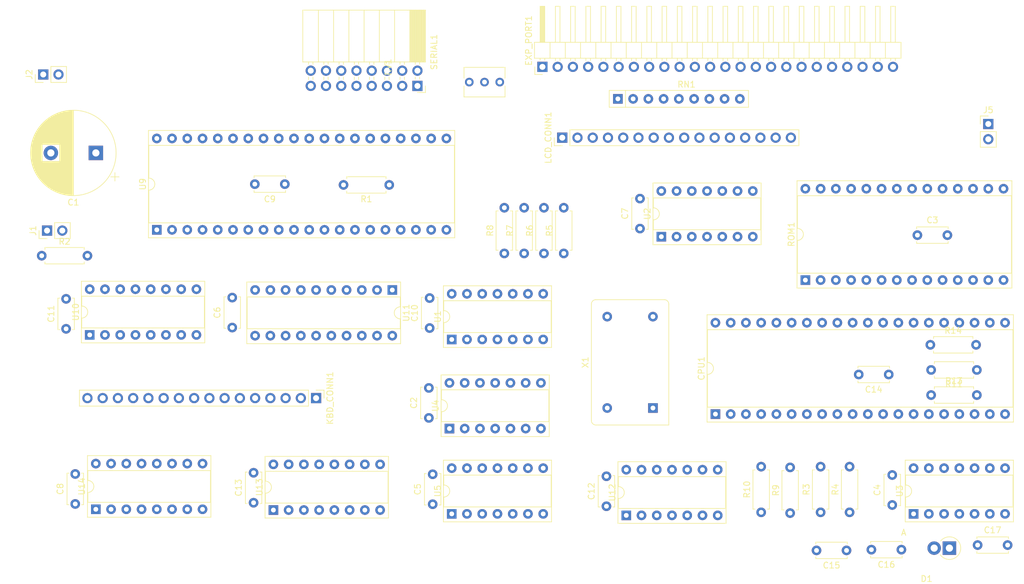
<source format=kicad_pcb>
(kicad_pcb (version 20171130) (host pcbnew "(5.1.10)-1")
  (layers (0 F.Cu signal) (31 B.Cu signal) (34 B.Paste user) (35 F.Paste user) (36 B.SilkS user) (37 F.SilkS user) (38 B.Mask user) (39 F.Mask user) (44 Edge.Cuts user))
  (net 0 "")
  (net 1 +5V)
  (net 2 GND)
  (net 3 "Net-(D1-Pad2)")
  (net 4 "Net-(U1-Pad11)")
  (net 5 RST)
  (net 6 "Net-(U2-Pad11)")
  (net 7 CLK)
  (net 8 WR)
  (net 9 RD)
  (net 10 "Net-(C15-Pad1)")
  (net 11 "Net-(C16-Pad2)")
  (net 12 "Net-(C16-Pad1)")
  (net 13 "Net-(C17-Pad1)")
  (net 14 "Net-(EXP_PORT1-Pad24)")
  (net 15 M1)
  (net 16 A0)
  (net 17 A1)
  (net 18 A2)
  (net 19 A7)
  (net 20 IORQ)
  (net 21 D7)
  (net 22 D6)
  (net 23 D5)
  (net 24 D4)
  (net 25 D3)
  (net 26 D2)
  (net 27 D1)
  (net 28 D0)
  (net 29 INT)
  (net 30 NMI)
  (net 31 "Net-(J5-Pad2)")
  (net 32 SHIFT)
  (net 33 ALT)
  (net 34 C7)
  (net 35 C6)
  (net 36 C5)
  (net 37 C4)
  (net 38 C3)
  (net 39 C2)
  (net 40 C1)
  (net 41 C0)
  (net 42 R3)
  (net 43 R2)
  (net 44 R1)
  (net 45 R0)
  (net 46 LCDE)
  (net 47 CONTRAST)
  (net 48 "Net-(R10-Pad2)")
  (net 49 "Net-(SERIAL1-Pad10)")
  (net 50 "Net-(SERIAL1-Pad6)")
  (net 51 "Net-(SERIAL1-Pad5)")
  (net 52 "Net-(SERIAL1-Pad4)")
  (net 53 "Net-(SERIAL1-Pad3)")
  (net 54 "Net-(SERIAL1-Pad2)")
  (net 55 "Net-(SERIAL1-Pad1)")
  (net 56 "Net-(U1-Pad13)")
  (net 57 "Net-(U1-Pad12)")
  (net 58 MEMRQ)
  (net 59 A3)
  (net 60 "Net-(U2-Pad13)")
  (net 61 "Net-(U12-Pad11)")
  (net 62 "Net-(U2-Pad5)")
  (net 63 "Net-(U12-Pad3)")
  (net 64 "Net-(U3-Pad5)")
  (net 65 "Net-(U11-Pad1)")
  (net 66 "Net-(U4-Pad3)")
  (net 67 "Net-(U4-Pad11)")
  (net 68 A6)
  (net 69 KIE)
  (net 70 "Net-(U12-Pad5)")
  (net 71 "Net-(U12-Pad1)")
  (net 72 LOAD)
  (net 73 "Net-(U10-Pad11)")
  (net 74 A10)
  (net 75 A9)
  (net 76 A8)
  (net 77 A5)
  (net 78 A4)
  (net 79 A14)
  (net 80 A13)
  (net 81 A12)
  (net 82 A11)
  (net 83 "Net-(U10-Pad15)")
  (net 84 "Net-(U10-Pad4)")
  (net 85 "Net-(U10-Pad3)")
  (net 86 "Net-(U10-Pad2)")
  (net 87 "Net-(U10-Pad1)")
  (net 88 "Net-(CPU1-Pad25)")
  (net 89 WAIT)
  (net 90 "Net-(SERIAL1-Pad15)")
  (net 91 "Net-(SERIAL1-Pad14)")
  (net 92 "Net-(SERIAL1-Pad13)")
  (net 93 "Net-(SERIAL1-Pad11)")
  (net 94 "Net-(SERIAL1-Pad9)")
  (module Diode_THT:D_DO-15_P2.54mm_Vertical_AnodeUp (layer F.Cu) (at 165.862 93.98 180)
    (fp_text reference D1 (at 3.81 -5.12) (layer F.SilkS))
    (fp_text value D)
    (fp_text user A (at 7.62 2.6) (layer F.SilkS))
    (pad 2 thru_hole oval (at 2.54 0 180) (size 2.24 2.24) (drill 1.2) (layers *.Cu *.Mask) (net 3 "Net-(D1-Pad2)"))
    (pad 1 thru_hole rect (at 0 0 180) (size 2.24 2.24) (drill 1.2) (layers *.Cu *.Mask) (net 13 "Net-(C17-Pad1)"))
  )
  (module Potentiometer_THT:Potentiometer_Vishay_T73XW_Horizontal (layer F.Cu) (at 85.852 16.256 90)
    (fp_text reference RV1 (at 2.5 -13.5 90) (layer F.SilkS))
    (fp_text value R_POT_TRIM)
    (pad 1 thru_hole circle (at 0 0 90) (size 1.44 1.44) (drill 0.8) (layers *.Cu *.Mask) (net 1 +5V))
    (pad 2 thru_hole circle (at 0 2.54 90) (size 1.44 1.44) (drill 0.8) (layers *.Cu *.Mask) (net 47 CONTRAST))
    (pad 3 thru_hole circle (at 0 5.08 90) (size 1.44 1.44) (drill 0.8) (layers *.Cu *.Mask) (net 2 GND))
  )
  (module Package_DIP:DIP-14_W7.62mm_Socket (layer F.Cu) (at 117.856 42.037 90)
    (fp_text reference U2 (at 3.81 -2.33 90) (layer F.SilkS))
    (fp_text value 74LS14)
    (pad 14 thru_hole oval (at 7.62 0 90) (size 1.6 1.6) (drill 0.8) (layers *.Cu *.Mask) (net 1 +5V))
    (pad 7 thru_hole oval (at 0 15.24 90) (size 1.6 1.6) (drill 0.8) (layers *.Cu *.Mask) (net 2 GND))
    (pad 13 thru_hole oval (at 7.62 2.54 90) (size 1.6 1.6) (drill 0.8) (layers *.Cu *.Mask) (net 60 "Net-(U2-Pad13)"))
    (pad 6 thru_hole oval (at 0 12.7 90) (size 1.6 1.6) (drill 0.8) (layers *.Cu *.Mask) (net 61 "Net-(U12-Pad11)"))
    (pad 12 thru_hole oval (at 7.62 5.08 90) (size 1.6 1.6) (drill 0.8) (layers *.Cu *.Mask) (net 48 "Net-(R10-Pad2)"))
    (pad 5 thru_hole oval (at 0 10.16 90) (size 1.6 1.6) (drill 0.8) (layers *.Cu *.Mask) (net 62 "Net-(U2-Pad5)"))
    (pad 11 thru_hole oval (at 7.62 7.62 90) (size 1.6 1.6) (drill 0.8) (layers *.Cu *.Mask) (net 6 "Net-(U2-Pad11)"))
    (pad 4 thru_hole oval (at 0 7.62 90) (size 1.6 1.6) (drill 0.8) (layers *.Cu *.Mask) (net 46 LCDE))
    (pad 10 thru_hole oval (at 7.62 10.16 90) (size 1.6 1.6) (drill 0.8) (layers *.Cu *.Mask) (net 63 "Net-(U12-Pad3)"))
    (pad 3 thru_hole oval (at 0 5.08 90) (size 1.6 1.6) (drill 0.8) (layers *.Cu *.Mask) (net 4 "Net-(U1-Pad11)"))
    (pad 9 thru_hole oval (at 7.62 12.7 90) (size 1.6 1.6) (drill 0.8) (layers *.Cu *.Mask) (net 13 "Net-(C17-Pad1)"))
    (pad 2 thru_hole oval (at 0 2.54 90) (size 1.6 1.6) (drill 0.8) (layers *.Cu *.Mask))
    (pad 8 thru_hole oval (at 7.62 15.24 90) (size 1.6 1.6) (drill 0.8) (layers *.Cu *.Mask) (net 6 "Net-(U2-Pad11)"))
    (pad 1 thru_hole rect (at 0 0 90) (size 1.6 1.6) (drill 0.8) (layers *.Cu *.Mask))
  )
  (module Capacitor_THT:C_Disc_D5.0mm_W2.5mm_P5.00mm (layer F.Cu) (at 170.561 93.472)
    (fp_text reference C17 (at 2.5 -2.5) (layer F.SilkS))
    (fp_text value 100n)
    (pad 2 thru_hole circle (at 5 0) (size 1.6 1.6) (drill 0.8) (layers *.Cu *.Mask) (net 2 GND))
    (pad 1 thru_hole circle (at 0 0) (size 1.6 1.6) (drill 0.8) (layers *.Cu *.Mask) (net 13 "Net-(C17-Pad1)"))
  )
  (module Capacitor_THT:C_Disc_D5.0mm_W2.5mm_P5.00mm (layer F.Cu) (at 157.861 94.234 180)
    (fp_text reference C16 (at 2.5 -2.5) (layer F.SilkS))
    (fp_text value 10n)
    (pad 2 thru_hole circle (at 5 0 180) (size 1.6 1.6) (drill 0.8) (layers *.Cu *.Mask) (net 11 "Net-(C16-Pad2)"))
    (pad 1 thru_hole circle (at 0 0 180) (size 1.6 1.6) (drill 0.8) (layers *.Cu *.Mask) (net 12 "Net-(C16-Pad1)"))
  )
  (module Capacitor_THT:C_Disc_D5.0mm_W2.5mm_P5.00mm (layer F.Cu) (at 148.717 94.361 180)
    (fp_text reference C15 (at 2.5 -2.5) (layer F.SilkS))
    (fp_text value 47n)
    (pad 2 thru_hole circle (at 5 0 180) (size 1.6 1.6) (drill 0.8) (layers *.Cu *.Mask) (net 2 GND))
    (pad 1 thru_hole circle (at 0 0 180) (size 1.6 1.6) (drill 0.8) (layers *.Cu *.Mask) (net 10 "Net-(C15-Pad1)"))
  )
  (module Capacitor_THT:C_Disc_D5.0mm_W2.5mm_P5.00mm (layer F.Cu) (at 155.749 65.024 180)
    (fp_text reference C14 (at 2.5 -2.5) (layer F.SilkS))
    (fp_text value 100n)
    (pad 2 thru_hole circle (at 5 0 180) (size 1.6 1.6) (drill 0.8) (layers *.Cu *.Mask) (net 2 GND))
    (pad 1 thru_hole circle (at 0 0 180) (size 1.6 1.6) (drill 0.8) (layers *.Cu *.Mask) (net 1 +5V))
  )
  (module Capacitor_THT:C_Disc_D5.0mm_W2.5mm_P5.00mm (layer F.Cu) (at 49.911 86.407 90)
    (fp_text reference C13 (at 2.5 -2.5 90) (layer F.SilkS))
    (fp_text value 100n)
    (pad 2 thru_hole circle (at 5 0 90) (size 1.6 1.6) (drill 0.8) (layers *.Cu *.Mask) (net 2 GND))
    (pad 1 thru_hole circle (at 0 0 90) (size 1.6 1.6) (drill 0.8) (layers *.Cu *.Mask) (net 1 +5V))
  )
  (module Capacitor_THT:C_Disc_D5.0mm_W2.5mm_P5.00mm (layer F.Cu) (at 108.712 86.995 90)
    (fp_text reference C12 (at 2.5 -2.5 90) (layer F.SilkS))
    (fp_text value 100n)
    (pad 2 thru_hole circle (at 5 0 90) (size 1.6 1.6) (drill 0.8) (layers *.Cu *.Mask) (net 2 GND))
    (pad 1 thru_hole circle (at 0 0 90) (size 1.6 1.6) (drill 0.8) (layers *.Cu *.Mask) (net 1 +5V))
  )
  (module Capacitor_THT:C_Disc_D5.0mm_W2.5mm_P5.00mm (layer F.Cu) (at 18.669 57.404 90)
    (fp_text reference C11 (at 2.5 -2.5 90) (layer F.SilkS))
    (fp_text value 100n)
    (pad 2 thru_hole circle (at 5 0 90) (size 1.6 1.6) (drill 0.8) (layers *.Cu *.Mask) (net 2 GND))
    (pad 1 thru_hole circle (at 0 0 90) (size 1.6 1.6) (drill 0.8) (layers *.Cu *.Mask) (net 1 +5V))
  )
  (module Capacitor_THT:C_Disc_D5.0mm_W2.5mm_P5.00mm (layer F.Cu) (at 79.248 57.277 90)
    (fp_text reference C10 (at 2.5 -2.5 90) (layer F.SilkS))
    (fp_text value 100n)
    (pad 2 thru_hole circle (at 5 0 90) (size 1.6 1.6) (drill 0.8) (layers *.Cu *.Mask) (net 2 GND))
    (pad 1 thru_hole circle (at 0 0 90) (size 1.6 1.6) (drill 0.8) (layers *.Cu *.Mask) (net 1 +5V))
  )
  (module Capacitor_THT:C_Disc_D5.0mm_W2.5mm_P5.00mm (layer F.Cu) (at 55.118 33.274 180)
    (fp_text reference C9 (at 2.5 -2.5) (layer F.SilkS))
    (fp_text value 100n)
    (pad 2 thru_hole circle (at 5 0 180) (size 1.6 1.6) (drill 0.8) (layers *.Cu *.Mask) (net 2 GND))
    (pad 1 thru_hole circle (at 0 0 180) (size 1.6 1.6) (drill 0.8) (layers *.Cu *.Mask) (net 1 +5V))
  )
  (module Capacitor_THT:C_Disc_D5.0mm_W2.5mm_P5.00mm (layer F.Cu) (at 20.193 86.614 90)
    (fp_text reference C8 (at 2.5 -2.5 90) (layer F.SilkS))
    (fp_text value 100n)
    (pad 2 thru_hole circle (at 5 0 90) (size 1.6 1.6) (drill 0.8) (layers *.Cu *.Mask) (net 2 GND))
    (pad 1 thru_hole circle (at 0 0 90) (size 1.6 1.6) (drill 0.8) (layers *.Cu *.Mask) (net 1 +5V))
  )
  (module Capacitor_THT:C_Disc_D5.0mm_W2.5mm_P5.00mm (layer F.Cu) (at 114.3 40.687 90)
    (fp_text reference C7 (at 2.5 -2.5 90) (layer F.SilkS))
    (fp_text value 100n)
    (pad 2 thru_hole circle (at 5 0 90) (size 1.6 1.6) (drill 0.8) (layers *.Cu *.Mask) (net 2 GND))
    (pad 1 thru_hole circle (at 0 0 90) (size 1.6 1.6) (drill 0.8) (layers *.Cu *.Mask) (net 1 +5V))
  )
  (module Capacitor_THT:C_Disc_D5.0mm_W2.5mm_P5.00mm (layer F.Cu) (at 46.355 57.197 90)
    (fp_text reference C6 (at 2.5 -2.5 90) (layer F.SilkS))
    (fp_text value 100n)
    (pad 2 thru_hole circle (at 5 0 90) (size 1.6 1.6) (drill 0.8) (layers *.Cu *.Mask) (net 2 GND))
    (pad 1 thru_hole circle (at 0 0 90) (size 1.6 1.6) (drill 0.8) (layers *.Cu *.Mask) (net 1 +5V))
  )
  (module Capacitor_THT:C_Disc_D5.0mm_W2.5mm_P5.00mm (layer F.Cu) (at 79.756 86.661 90)
    (fp_text reference C5 (at 2.5 -2.5 90) (layer F.SilkS))
    (fp_text value 100n)
    (pad 2 thru_hole circle (at 5 0 90) (size 1.6 1.6) (drill 0.8) (layers *.Cu *.Mask) (net 2 GND))
    (pad 1 thru_hole circle (at 0 0 90) (size 1.6 1.6) (drill 0.8) (layers *.Cu *.Mask) (net 1 +5V))
  )
  (module Capacitor_THT:C_Disc_D5.0mm_W2.5mm_P5.00mm (layer F.Cu) (at 156.337 86.788 90)
    (fp_text reference C4 (at 2.5 -2.5 90) (layer F.SilkS))
    (fp_text value 100n)
    (pad 2 thru_hole circle (at 5 0 90) (size 1.6 1.6) (drill 0.8) (layers *.Cu *.Mask) (net 2 GND))
    (pad 1 thru_hole circle (at 0 0 90) (size 1.6 1.6) (drill 0.8) (layers *.Cu *.Mask) (net 1 +5V))
  )
  (module Capacitor_THT:C_Disc_D5.0mm_W2.5mm_P5.00mm (layer F.Cu) (at 160.528 41.783)
    (fp_text reference C3 (at 2.5 -2.5) (layer F.SilkS))
    (fp_text value 100n)
    (pad 2 thru_hole circle (at 5 0) (size 1.6 1.6) (drill 0.8) (layers *.Cu *.Mask) (net 2 GND))
    (pad 1 thru_hole circle (at 0 0) (size 1.6 1.6) (drill 0.8) (layers *.Cu *.Mask) (net 1 +5V))
  )
  (module Capacitor_THT:C_Disc_D5.0mm_W2.5mm_P5.00mm (layer F.Cu) (at 79.121 72.263 90)
    (fp_text reference C2 (at 2.5 -2.5 90) (layer F.SilkS))
    (fp_text value 100n)
    (pad 2 thru_hole circle (at 5 0 90) (size 1.6 1.6) (drill 0.8) (layers *.Cu *.Mask) (net 2 GND))
    (pad 1 thru_hole circle (at 0 0 90) (size 1.6 1.6) (drill 0.8) (layers *.Cu *.Mask) (net 1 +5V))
  )
  (module Capacitor_THT:CP_Radial_D14.0mm_P7.50mm (layer F.Cu) (at 23.629 28.067 180)
    (fp_text reference C1 (at 3.75 -8.25) (layer F.SilkS))
    (fp_text value 100u)
    (pad 2 thru_hole circle (at 7.5 0 180) (size 2.4 2.4) (drill 1.2) (layers *.Cu *.Mask) (net 2 GND))
    (pad 1 thru_hole rect (at 0 0 180) (size 2.4 2.4) (drill 1.2) (layers *.Cu *.Mask) (net 1 +5V))
  )
  (module Package_DIP:DIP-40_W15.24mm_Socket (layer F.Cu) (at 126.873 71.628 90)
    (fp_text reference CPU1 (at 7.62 -2.33 90) (layer F.SilkS))
    (fp_text value Z80)
    (pad 40 thru_hole oval (at 15.24 0 90) (size 1.6 1.6) (drill 0.8) (layers *.Cu *.Mask) (net 74 A10))
    (pad 20 thru_hole oval (at 0 48.26 90) (size 1.6 1.6) (drill 0.8) (layers *.Cu *.Mask) (net 20 IORQ))
    (pad 39 thru_hole oval (at 15.24 2.54 90) (size 1.6 1.6) (drill 0.8) (layers *.Cu *.Mask) (net 75 A9))
    (pad 19 thru_hole oval (at 0 45.72 90) (size 1.6 1.6) (drill 0.8) (layers *.Cu *.Mask) (net 58 MEMRQ))
    (pad 38 thru_hole oval (at 15.24 5.08 90) (size 1.6 1.6) (drill 0.8) (layers *.Cu *.Mask) (net 76 A8))
    (pad 18 thru_hole oval (at 0 43.18 90) (size 1.6 1.6) (drill 0.8) (layers *.Cu *.Mask))
    (pad 37 thru_hole oval (at 15.24 7.62 90) (size 1.6 1.6) (drill 0.8) (layers *.Cu *.Mask) (net 19 A7))
    (pad 17 thru_hole oval (at 0 40.64 90) (size 1.6 1.6) (drill 0.8) (layers *.Cu *.Mask) (net 30 NMI))
    (pad 36 thru_hole oval (at 15.24 10.16 90) (size 1.6 1.6) (drill 0.8) (layers *.Cu *.Mask) (net 68 A6))
    (pad 16 thru_hole oval (at 0 38.1 90) (size 1.6 1.6) (drill 0.8) (layers *.Cu *.Mask) (net 29 INT))
    (pad 35 thru_hole oval (at 15.24 12.7 90) (size 1.6 1.6) (drill 0.8) (layers *.Cu *.Mask) (net 77 A5))
    (pad 15 thru_hole oval (at 0 35.56 90) (size 1.6 1.6) (drill 0.8) (layers *.Cu *.Mask) (net 27 D1))
    (pad 34 thru_hole oval (at 15.24 15.24 90) (size 1.6 1.6) (drill 0.8) (layers *.Cu *.Mask) (net 78 A4))
    (pad 14 thru_hole oval (at 0 33.02 90) (size 1.6 1.6) (drill 0.8) (layers *.Cu *.Mask) (net 28 D0))
    (pad 33 thru_hole oval (at 15.24 17.78 90) (size 1.6 1.6) (drill 0.8) (layers *.Cu *.Mask) (net 59 A3))
    (pad 13 thru_hole oval (at 0 30.48 90) (size 1.6 1.6) (drill 0.8) (layers *.Cu *.Mask) (net 21 D7))
    (pad 32 thru_hole oval (at 15.24 20.32 90) (size 1.6 1.6) (drill 0.8) (layers *.Cu *.Mask) (net 18 A2))
    (pad 12 thru_hole oval (at 0 27.94 90) (size 1.6 1.6) (drill 0.8) (layers *.Cu *.Mask) (net 26 D2))
    (pad 31 thru_hole oval (at 15.24 22.86 90) (size 1.6 1.6) (drill 0.8) (layers *.Cu *.Mask) (net 17 A1))
    (pad 11 thru_hole oval (at 0 25.4 90) (size 1.6 1.6) (drill 0.8) (layers *.Cu *.Mask) (net 1 +5V))
    (pad 30 thru_hole oval (at 15.24 25.4 90) (size 1.6 1.6) (drill 0.8) (layers *.Cu *.Mask) (net 16 A0))
    (pad 10 thru_hole oval (at 0 22.86 90) (size 1.6 1.6) (drill 0.8) (layers *.Cu *.Mask) (net 22 D6))
    (pad 29 thru_hole oval (at 15.24 27.94 90) (size 1.6 1.6) (drill 0.8) (layers *.Cu *.Mask) (net 2 GND))
    (pad 9 thru_hole oval (at 0 20.32 90) (size 1.6 1.6) (drill 0.8) (layers *.Cu *.Mask) (net 23 D5))
    (pad 28 thru_hole oval (at 15.24 30.48 90) (size 1.6 1.6) (drill 0.8) (layers *.Cu *.Mask))
    (pad 8 thru_hole oval (at 0 17.78 90) (size 1.6 1.6) (drill 0.8) (layers *.Cu *.Mask) (net 25 D3))
    (pad 27 thru_hole oval (at 15.24 33.02 90) (size 1.6 1.6) (drill 0.8) (layers *.Cu *.Mask) (net 15 M1))
    (pad 7 thru_hole oval (at 0 15.24 90) (size 1.6 1.6) (drill 0.8) (layers *.Cu *.Mask) (net 24 D4))
    (pad 26 thru_hole oval (at 15.24 35.56 90) (size 1.6 1.6) (drill 0.8) (layers *.Cu *.Mask) (net 5 RST))
    (pad 6 thru_hole oval (at 0 12.7 90) (size 1.6 1.6) (drill 0.8) (layers *.Cu *.Mask) (net 7 CLK))
    (pad 25 thru_hole oval (at 15.24 38.1 90) (size 1.6 1.6) (drill 0.8) (layers *.Cu *.Mask) (net 88 "Net-(CPU1-Pad25)"))
    (pad 5 thru_hole oval (at 0 10.16 90) (size 1.6 1.6) (drill 0.8) (layers *.Cu *.Mask))
    (pad 24 thru_hole oval (at 15.24 40.64 90) (size 1.6 1.6) (drill 0.8) (layers *.Cu *.Mask) (net 89 WAIT))
    (pad 4 thru_hole oval (at 0 7.62 90) (size 1.6 1.6) (drill 0.8) (layers *.Cu *.Mask) (net 79 A14))
    (pad 23 thru_hole oval (at 15.24 43.18 90) (size 1.6 1.6) (drill 0.8) (layers *.Cu *.Mask))
    (pad 3 thru_hole oval (at 0 5.08 90) (size 1.6 1.6) (drill 0.8) (layers *.Cu *.Mask) (net 80 A13))
    (pad 22 thru_hole oval (at 15.24 45.72 90) (size 1.6 1.6) (drill 0.8) (layers *.Cu *.Mask) (net 8 WR))
    (pad 2 thru_hole oval (at 0 2.54 90) (size 1.6 1.6) (drill 0.8) (layers *.Cu *.Mask) (net 81 A12))
    (pad 21 thru_hole oval (at 15.24 48.26 90) (size 1.6 1.6) (drill 0.8) (layers *.Cu *.Mask) (net 9 RD))
    (pad 1 thru_hole rect (at 0 0 90) (size 1.6 1.6) (drill 0.8) (layers *.Cu *.Mask) (net 82 A11))
  )
  (module Oscillator:Oscillator_DIP-14 (layer F.Cu) (at 116.459 70.612 90)
    (fp_text reference X1 (at 7.62 -11.26 90) (layer F.SilkS))
    (fp_text value ACO-1.8432MHz)
    (pad 7 thru_hole circle (at 15.24 0 90) (size 1.6 1.6) (drill 0.8) (layers *.Cu *.Mask) (net 2 GND))
    (pad 8 thru_hole circle (at 15.24 -7.62 90) (size 1.6 1.6) (drill 0.8) (layers *.Cu *.Mask) (net 64 "Net-(U3-Pad5)"))
    (pad 14 thru_hole circle (at 0 -7.62 90) (size 1.6 1.6) (drill 0.8) (layers *.Cu *.Mask) (net 1 +5V))
    (pad 1 thru_hole rect (at 0 0 90) (size 1.6 1.6) (drill 0.8) (layers *.Cu *.Mask))
  )
  (module Package_DIP:DIP-16_W7.62mm_Socket (layer F.Cu) (at 23.622 87.503 90)
    (fp_text reference U14 (at 3.81 -2.33 90) (layer F.SilkS))
    (fp_text value 74LS138)
    (pad 16 thru_hole oval (at 7.62 0 90) (size 1.6 1.6) (drill 0.8) (layers *.Cu *.Mask) (net 1 +5V))
    (pad 8 thru_hole oval (at 0 17.78 90) (size 1.6 1.6) (drill 0.8) (layers *.Cu *.Mask) (net 2 GND))
    (pad 15 thru_hole oval (at 7.62 2.54 90) (size 1.6 1.6) (drill 0.8) (layers *.Cu *.Mask) (net 41 C0))
    (pad 7 thru_hole oval (at 0 15.24 90) (size 1.6 1.6) (drill 0.8) (layers *.Cu *.Mask) (net 34 C7))
    (pad 14 thru_hole oval (at 7.62 5.08 90) (size 1.6 1.6) (drill 0.8) (layers *.Cu *.Mask) (net 40 C1))
    (pad 6 thru_hole oval (at 0 12.7 90) (size 1.6 1.6) (drill 0.8) (layers *.Cu *.Mask) (net 1 +5V))
    (pad 13 thru_hole oval (at 7.62 7.62 90) (size 1.6 1.6) (drill 0.8) (layers *.Cu *.Mask) (net 39 C2))
    (pad 5 thru_hole oval (at 0 10.16 90) (size 1.6 1.6) (drill 0.8) (layers *.Cu *.Mask) (net 2 GND))
    (pad 12 thru_hole oval (at 7.62 10.16 90) (size 1.6 1.6) (drill 0.8) (layers *.Cu *.Mask) (net 38 C3))
    (pad 4 thru_hole oval (at 0 7.62 90) (size 1.6 1.6) (drill 0.8) (layers *.Cu *.Mask) (net 2 GND))
    (pad 11 thru_hole oval (at 7.62 12.7 90) (size 1.6 1.6) (drill 0.8) (layers *.Cu *.Mask) (net 37 C4))
    (pad 3 thru_hole oval (at 0 5.08 90) (size 1.6 1.6) (drill 0.8) (layers *.Cu *.Mask) (net 86 "Net-(U10-Pad2)"))
    (pad 10 thru_hole oval (at 7.62 15.24 90) (size 1.6 1.6) (drill 0.8) (layers *.Cu *.Mask) (net 36 C5))
    (pad 2 thru_hole oval (at 0 2.54 90) (size 1.6 1.6) (drill 0.8) (layers *.Cu *.Mask) (net 87 "Net-(U10-Pad1)"))
    (pad 9 thru_hole oval (at 7.62 17.78 90) (size 1.6 1.6) (drill 0.8) (layers *.Cu *.Mask) (net 35 C6))
    (pad 1 thru_hole rect (at 0 0 90) (size 1.6 1.6) (drill 0.8) (layers *.Cu *.Mask) (net 83 "Net-(U10-Pad15)"))
  )
  (module Package_DIP:DIP-16_W7.62mm_Socket (layer F.Cu) (at 53.213 87.63 90)
    (fp_text reference U13 (at 3.81 -2.33 90) (layer F.SilkS))
    (fp_text value 74LS151)
    (pad 16 thru_hole oval (at 7.62 0 90) (size 1.6 1.6) (drill 0.8) (layers *.Cu *.Mask) (net 1 +5V))
    (pad 8 thru_hole oval (at 0 17.78 90) (size 1.6 1.6) (drill 0.8) (layers *.Cu *.Mask) (net 2 GND))
    (pad 15 thru_hole oval (at 7.62 2.54 90) (size 1.6 1.6) (drill 0.8) (layers *.Cu *.Mask) (net 1 +5V))
    (pad 7 thru_hole oval (at 0 15.24 90) (size 1.6 1.6) (drill 0.8) (layers *.Cu *.Mask) (net 2 GND))
    (pad 14 thru_hole oval (at 7.62 5.08 90) (size 1.6 1.6) (drill 0.8) (layers *.Cu *.Mask) (net 1 +5V))
    (pad 6 thru_hole oval (at 0 12.7 90) (size 1.6 1.6) (drill 0.8) (layers *.Cu *.Mask) (net 72 LOAD))
    (pad 13 thru_hole oval (at 7.62 7.62 90) (size 1.6 1.6) (drill 0.8) (layers *.Cu *.Mask) (net 1 +5V))
    (pad 5 thru_hole oval (at 0 10.16 90) (size 1.6 1.6) (drill 0.8) (layers *.Cu *.Mask) (net 3 "Net-(D1-Pad2)"))
    (pad 12 thru_hole oval (at 7.62 10.16 90) (size 1.6 1.6) (drill 0.8) (layers *.Cu *.Mask) (net 1 +5V))
    (pad 4 thru_hole oval (at 0 7.62 90) (size 1.6 1.6) (drill 0.8) (layers *.Cu *.Mask) (net 45 R0))
    (pad 11 thru_hole oval (at 7.62 12.7 90) (size 1.6 1.6) (drill 0.8) (layers *.Cu *.Mask) (net 85 "Net-(U10-Pad3)"))
    (pad 3 thru_hole oval (at 0 5.08 90) (size 1.6 1.6) (drill 0.8) (layers *.Cu *.Mask) (net 44 R1))
    (pad 10 thru_hole oval (at 7.62 15.24 90) (size 1.6 1.6) (drill 0.8) (layers *.Cu *.Mask) (net 84 "Net-(U10-Pad4)"))
    (pad 2 thru_hole oval (at 0 2.54 90) (size 1.6 1.6) (drill 0.8) (layers *.Cu *.Mask) (net 43 R2))
    (pad 9 thru_hole oval (at 7.62 17.78 90) (size 1.6 1.6) (drill 0.8) (layers *.Cu *.Mask) (net 2 GND))
    (pad 1 thru_hole rect (at 0 0 90) (size 1.6 1.6) (drill 0.8) (layers *.Cu *.Mask) (net 42 R3))
  )
  (module Package_DIP:DIP-14_W7.62mm_Socket (layer F.Cu) (at 112.014 88.519 90)
    (fp_text reference U12 (at 3.81 -2.33 90) (layer F.SilkS))
    (fp_text value 74LS74)
    (pad 14 thru_hole oval (at 7.62 0 90) (size 1.6 1.6) (drill 0.8) (layers *.Cu *.Mask) (net 1 +5V))
    (pad 7 thru_hole oval (at 0 15.24 90) (size 1.6 1.6) (drill 0.8) (layers *.Cu *.Mask) (net 2 GND))
    (pad 13 thru_hole oval (at 7.62 2.54 90) (size 1.6 1.6) (drill 0.8) (layers *.Cu *.Mask) (net 1 +5V))
    (pad 6 thru_hole oval (at 0 12.7 90) (size 1.6 1.6) (drill 0.8) (layers *.Cu *.Mask))
    (pad 12 thru_hole oval (at 7.62 5.08 90) (size 1.6 1.6) (drill 0.8) (layers *.Cu *.Mask) (net 21 D7))
    (pad 5 thru_hole oval (at 0 10.16 90) (size 1.6 1.6) (drill 0.8) (layers *.Cu *.Mask) (net 70 "Net-(U12-Pad5)"))
    (pad 11 thru_hole oval (at 7.62 7.62 90) (size 1.6 1.6) (drill 0.8) (layers *.Cu *.Mask) (net 61 "Net-(U12-Pad11)"))
    (pad 4 thru_hole oval (at 0 7.62 90) (size 1.6 1.6) (drill 0.8) (layers *.Cu *.Mask) (net 1 +5V))
    (pad 10 thru_hole oval (at 7.62 10.16 90) (size 1.6 1.6) (drill 0.8) (layers *.Cu *.Mask) (net 1 +5V))
    (pad 3 thru_hole oval (at 0 5.08 90) (size 1.6 1.6) (drill 0.8) (layers *.Cu *.Mask) (net 63 "Net-(U12-Pad3)"))
    (pad 9 thru_hole oval (at 7.62 12.7 90) (size 1.6 1.6) (drill 0.8) (layers *.Cu *.Mask) (net 31 "Net-(J5-Pad2)"))
    (pad 2 thru_hole oval (at 0 2.54 90) (size 1.6 1.6) (drill 0.8) (layers *.Cu *.Mask) (net 1 +5V))
    (pad 8 thru_hole oval (at 7.62 15.24 90) (size 1.6 1.6) (drill 0.8) (layers *.Cu *.Mask))
    (pad 1 thru_hole rect (at 0 0 90) (size 1.6 1.6) (drill 0.8) (layers *.Cu *.Mask) (net 71 "Net-(U12-Pad1)"))
  )
  (module Package_DIP:DIP-20_W7.62mm_Socket (layer F.Cu) (at 73.025 50.927 270)
    (fp_text reference U11 (at 3.81 -2.33 90) (layer F.SilkS))
    (fp_text value 74LS573)
    (pad 20 thru_hole oval (at 7.62 0 270) (size 1.6 1.6) (drill 0.8) (layers *.Cu *.Mask) (net 1 +5V))
    (pad 10 thru_hole oval (at 0 22.86 270) (size 1.6 1.6) (drill 0.8) (layers *.Cu *.Mask) (net 2 GND))
    (pad 19 thru_hole oval (at 7.62 2.54 270) (size 1.6 1.6) (drill 0.8) (layers *.Cu *.Mask) (net 28 D0))
    (pad 9 thru_hole oval (at 0 20.32 270) (size 1.6 1.6) (drill 0.8) (layers *.Cu *.Mask) (net 2 GND))
    (pad 18 thru_hole oval (at 7.62 5.08 270) (size 1.6 1.6) (drill 0.8) (layers *.Cu *.Mask) (net 27 D1))
    (pad 8 thru_hole oval (at 0 17.78 270) (size 1.6 1.6) (drill 0.8) (layers *.Cu *.Mask) (net 32 SHIFT))
    (pad 17 thru_hole oval (at 7.62 7.62 270) (size 1.6 1.6) (drill 0.8) (layers *.Cu *.Mask) (net 26 D2))
    (pad 7 thru_hole oval (at 0 15.24 270) (size 1.6 1.6) (drill 0.8) (layers *.Cu *.Mask) (net 33 ALT))
    (pad 16 thru_hole oval (at 7.62 10.16 270) (size 1.6 1.6) (drill 0.8) (layers *.Cu *.Mask) (net 25 D3))
    (pad 6 thru_hole oval (at 0 12.7 270) (size 1.6 1.6) (drill 0.8) (layers *.Cu *.Mask) (net 84 "Net-(U10-Pad4)"))
    (pad 15 thru_hole oval (at 7.62 12.7 270) (size 1.6 1.6) (drill 0.8) (layers *.Cu *.Mask) (net 24 D4))
    (pad 5 thru_hole oval (at 0 10.16 270) (size 1.6 1.6) (drill 0.8) (layers *.Cu *.Mask) (net 85 "Net-(U10-Pad3)"))
    (pad 14 thru_hole oval (at 7.62 15.24 270) (size 1.6 1.6) (drill 0.8) (layers *.Cu *.Mask) (net 23 D5))
    (pad 4 thru_hole oval (at 0 7.62 270) (size 1.6 1.6) (drill 0.8) (layers *.Cu *.Mask) (net 86 "Net-(U10-Pad2)"))
    (pad 13 thru_hole oval (at 7.62 17.78 270) (size 1.6 1.6) (drill 0.8) (layers *.Cu *.Mask) (net 22 D6))
    (pad 3 thru_hole oval (at 0 5.08 270) (size 1.6 1.6) (drill 0.8) (layers *.Cu *.Mask) (net 87 "Net-(U10-Pad1)"))
    (pad 12 thru_hole oval (at 7.62 20.32 270) (size 1.6 1.6) (drill 0.8) (layers *.Cu *.Mask) (net 21 D7))
    (pad 2 thru_hole oval (at 0 2.54 270) (size 1.6 1.6) (drill 0.8) (layers *.Cu *.Mask) (net 83 "Net-(U10-Pad15)"))
    (pad 11 thru_hole oval (at 7.62 22.86 270) (size 1.6 1.6) (drill 0.8) (layers *.Cu *.Mask) (net 72 LOAD))
    (pad 1 thru_hole rect (at 0 0 270) (size 1.6 1.6) (drill 0.8) (layers *.Cu *.Mask) (net 65 "Net-(U11-Pad1)"))
  )
  (module Package_DIP:DIP-16_W7.62mm_Socket (layer F.Cu) (at 22.606 58.42 90)
    (fp_text reference U10 (at 3.81 -2.33 90) (layer F.SilkS))
    (fp_text value 74LS590)
    (pad 16 thru_hole oval (at 7.62 0 90) (size 1.6 1.6) (drill 0.8) (layers *.Cu *.Mask) (net 1 +5V))
    (pad 8 thru_hole oval (at 0 17.78 90) (size 1.6 1.6) (drill 0.8) (layers *.Cu *.Mask) (net 2 GND))
    (pad 15 thru_hole oval (at 7.62 2.54 90) (size 1.6 1.6) (drill 0.8) (layers *.Cu *.Mask) (net 83 "Net-(U10-Pad15)"))
    (pad 7 thru_hole oval (at 0 15.24 90) (size 1.6 1.6) (drill 0.8) (layers *.Cu *.Mask))
    (pad 14 thru_hole oval (at 7.62 5.08 90) (size 1.6 1.6) (drill 0.8) (layers *.Cu *.Mask) (net 2 GND))
    (pad 6 thru_hole oval (at 0 12.7 90) (size 1.6 1.6) (drill 0.8) (layers *.Cu *.Mask))
    (pad 13 thru_hole oval (at 7.62 7.62 90) (size 1.6 1.6) (drill 0.8) (layers *.Cu *.Mask) (net 73 "Net-(U10-Pad11)"))
    (pad 5 thru_hole oval (at 0 10.16 90) (size 1.6 1.6) (drill 0.8) (layers *.Cu *.Mask))
    (pad 12 thru_hole oval (at 7.62 10.16 90) (size 1.6 1.6) (drill 0.8) (layers *.Cu *.Mask) (net 2 GND))
    (pad 4 thru_hole oval (at 0 7.62 90) (size 1.6 1.6) (drill 0.8) (layers *.Cu *.Mask) (net 84 "Net-(U10-Pad4)"))
    (pad 11 thru_hole oval (at 7.62 12.7 90) (size 1.6 1.6) (drill 0.8) (layers *.Cu *.Mask) (net 73 "Net-(U10-Pad11)"))
    (pad 3 thru_hole oval (at 0 5.08 90) (size 1.6 1.6) (drill 0.8) (layers *.Cu *.Mask) (net 85 "Net-(U10-Pad3)"))
    (pad 10 thru_hole oval (at 7.62 15.24 90) (size 1.6 1.6) (drill 0.8) (layers *.Cu *.Mask) (net 1 +5V))
    (pad 2 thru_hole oval (at 0 2.54 90) (size 1.6 1.6) (drill 0.8) (layers *.Cu *.Mask) (net 86 "Net-(U10-Pad2)"))
    (pad 9 thru_hole oval (at 7.62 17.78 90) (size 1.6 1.6) (drill 0.8) (layers *.Cu *.Mask))
    (pad 1 thru_hole rect (at 0 0 90) (size 1.6 1.6) (drill 0.8) (layers *.Cu *.Mask) (net 87 "Net-(U10-Pad1)"))
  )
  (module Package_DIP:DIP-40_W15.24mm_Socket (layer F.Cu) (at 33.782 40.894 90)
    (fp_text reference U9 (at 7.62 -2.33 90) (layer F.SilkS))
    (fp_text value DART)
    (pad 40 thru_hole oval (at 15.24 0 90) (size 1.6 1.6) (drill 0.8) (layers *.Cu *.Mask) (net 28 D0))
    (pad 20 thru_hole oval (at 0 48.26 90) (size 1.6 1.6) (drill 0.8) (layers *.Cu *.Mask) (net 7 CLK))
    (pad 39 thru_hole oval (at 15.24 2.54 90) (size 1.6 1.6) (drill 0.8) (layers *.Cu *.Mask) (net 26 D2))
    (pad 19 thru_hole oval (at 0 45.72 90) (size 1.6 1.6) (drill 0.8) (layers *.Cu *.Mask))
    (pad 38 thru_hole oval (at 15.24 5.08 90) (size 1.6 1.6) (drill 0.8) (layers *.Cu *.Mask) (net 24 D4))
    (pad 18 thru_hole oval (at 0 43.18 90) (size 1.6 1.6) (drill 0.8) (layers *.Cu *.Mask))
    (pad 37 thru_hole oval (at 15.24 7.62 90) (size 1.6 1.6) (drill 0.8) (layers *.Cu *.Mask) (net 22 D6))
    (pad 17 thru_hole oval (at 0 40.64 90) (size 1.6 1.6) (drill 0.8) (layers *.Cu *.Mask))
    (pad 36 thru_hole oval (at 15.24 10.16 90) (size 1.6 1.6) (drill 0.8) (layers *.Cu *.Mask) (net 20 IORQ))
    (pad 16 thru_hole oval (at 0 38.1 90) (size 1.6 1.6) (drill 0.8) (layers *.Cu *.Mask))
    (pad 35 thru_hole oval (at 15.24 12.7 90) (size 1.6 1.6) (drill 0.8) (layers *.Cu *.Mask) (net 78 A4))
    (pad 15 thru_hole oval (at 0 35.56 90) (size 1.6 1.6) (drill 0.8) (layers *.Cu *.Mask) (net 52 "Net-(SERIAL1-Pad4)"))
    (pad 34 thru_hole oval (at 15.24 15.24 90) (size 1.6 1.6) (drill 0.8) (layers *.Cu *.Mask) (net 16 A0))
    (pad 14 thru_hole oval (at 0 33.02 90) (size 1.6 1.6) (drill 0.8) (layers *.Cu *.Mask) (net 51 "Net-(SERIAL1-Pad5)"))
    (pad 33 thru_hole oval (at 15.24 17.78 90) (size 1.6 1.6) (drill 0.8) (layers *.Cu *.Mask) (net 17 A1))
    (pad 13 thru_hole oval (at 0 30.48 90) (size 1.6 1.6) (drill 0.8) (layers *.Cu *.Mask) (net 53 "Net-(SERIAL1-Pad3)"))
    (pad 32 thru_hole oval (at 15.24 20.32 90) (size 1.6 1.6) (drill 0.8) (layers *.Cu *.Mask) (net 9 RD))
    (pad 12 thru_hole oval (at 0 27.94 90) (size 1.6 1.6) (drill 0.8) (layers *.Cu *.Mask) (net 54 "Net-(SERIAL1-Pad2)"))
    (pad 31 thru_hole oval (at 15.24 22.86 90) (size 1.6 1.6) (drill 0.8) (layers *.Cu *.Mask) (net 2 GND))
    (pad 11 thru_hole oval (at 0 25.4 90) (size 1.6 1.6) (drill 0.8) (layers *.Cu *.Mask) (net 50 "Net-(SERIAL1-Pad6)"))
    (pad 30 thru_hole oval (at 15.24 25.4 90) (size 1.6 1.6) (drill 0.8) (layers *.Cu *.Mask) (net 89 WAIT))
    (pad 10 thru_hole oval (at 0 22.86 90) (size 1.6 1.6) (drill 0.8) (layers *.Cu *.Mask))
    (pad 29 thru_hole oval (at 15.24 27.94 90) (size 1.6 1.6) (drill 0.8) (layers *.Cu *.Mask) (net 93 "Net-(SERIAL1-Pad11)"))
    (pad 9 thru_hole oval (at 0 20.32 90) (size 1.6 1.6) (drill 0.8) (layers *.Cu *.Mask) (net 1 +5V))
    (pad 28 thru_hole oval (at 15.24 30.48 90) (size 1.6 1.6) (drill 0.8) (layers *.Cu *.Mask) (net 94 "Net-(SERIAL1-Pad9)"))
    (pad 8 thru_hole oval (at 0 17.78 90) (size 1.6 1.6) (drill 0.8) (layers *.Cu *.Mask) (net 15 M1))
    (pad 27 thru_hole oval (at 15.24 33.02 90) (size 1.6 1.6) (drill 0.8) (layers *.Cu *.Mask) (net 7 CLK))
    (pad 7 thru_hole oval (at 0 15.24 90) (size 1.6 1.6) (drill 0.8) (layers *.Cu *.Mask) (net 69 KIE))
    (pad 26 thru_hole oval (at 15.24 35.56 90) (size 1.6 1.6) (drill 0.8) (layers *.Cu *.Mask) (net 49 "Net-(SERIAL1-Pad10)"))
    (pad 6 thru_hole oval (at 0 12.7 90) (size 1.6 1.6) (drill 0.8) (layers *.Cu *.Mask) (net 14 "Net-(EXP_PORT1-Pad24)"))
    (pad 25 thru_hole oval (at 15.24 38.1 90) (size 1.6 1.6) (drill 0.8) (layers *.Cu *.Mask) (net 90 "Net-(SERIAL1-Pad15)"))
    (pad 5 thru_hole oval (at 0 10.16 90) (size 1.6 1.6) (drill 0.8) (layers *.Cu *.Mask) (net 29 INT))
    (pad 24 thru_hole oval (at 15.24 40.64 90) (size 1.6 1.6) (drill 0.8) (layers *.Cu *.Mask) (net 92 "Net-(SERIAL1-Pad13)"))
    (pad 4 thru_hole oval (at 0 7.62 90) (size 1.6 1.6) (drill 0.8) (layers *.Cu *.Mask) (net 21 D7))
    (pad 23 thru_hole oval (at 15.24 43.18 90) (size 1.6 1.6) (drill 0.8) (layers *.Cu *.Mask) (net 91 "Net-(SERIAL1-Pad14)"))
    (pad 3 thru_hole oval (at 0 5.08 90) (size 1.6 1.6) (drill 0.8) (layers *.Cu *.Mask) (net 23 D5))
    (pad 22 thru_hole oval (at 15.24 45.72 90) (size 1.6 1.6) (drill 0.8) (layers *.Cu *.Mask) (net 55 "Net-(SERIAL1-Pad1)"))
    (pad 2 thru_hole oval (at 0 2.54 90) (size 1.6 1.6) (drill 0.8) (layers *.Cu *.Mask) (net 25 D3))
    (pad 21 thru_hole oval (at 15.24 48.26 90) (size 1.6 1.6) (drill 0.8) (layers *.Cu *.Mask) (net 5 RST))
    (pad 1 thru_hole rect (at 0 0 90) (size 1.6 1.6) (drill 0.8) (layers *.Cu *.Mask) (net 27 D1))
  )
  (module Package_DIP:DIP-28_W15.24mm_Socket (layer F.Cu) (at 141.859 49.276 90)
    (fp_text reference ROM1 (at 7.62 -2.33 90) (layer F.SilkS))
    (fp_text value 28C256)
    (pad 28 thru_hole oval (at 15.24 0 90) (size 1.6 1.6) (drill 0.8) (layers *.Cu *.Mask) (net 1 +5V))
    (pad 14 thru_hole oval (at 0 33.02 90) (size 1.6 1.6) (drill 0.8) (layers *.Cu *.Mask) (net 2 GND))
    (pad 27 thru_hole oval (at 15.24 2.54 90) (size 1.6 1.6) (drill 0.8) (layers *.Cu *.Mask) (net 8 WR))
    (pad 13 thru_hole oval (at 0 30.48 90) (size 1.6 1.6) (drill 0.8) (layers *.Cu *.Mask) (net 26 D2))
    (pad 26 thru_hole oval (at 15.24 5.08 90) (size 1.6 1.6) (drill 0.8) (layers *.Cu *.Mask) (net 80 A13))
    (pad 12 thru_hole oval (at 0 27.94 90) (size 1.6 1.6) (drill 0.8) (layers *.Cu *.Mask) (net 27 D1))
    (pad 25 thru_hole oval (at 15.24 7.62 90) (size 1.6 1.6) (drill 0.8) (layers *.Cu *.Mask) (net 76 A8))
    (pad 11 thru_hole oval (at 0 25.4 90) (size 1.6 1.6) (drill 0.8) (layers *.Cu *.Mask) (net 28 D0))
    (pad 24 thru_hole oval (at 15.24 10.16 90) (size 1.6 1.6) (drill 0.8) (layers *.Cu *.Mask) (net 75 A9))
    (pad 10 thru_hole oval (at 0 22.86 90) (size 1.6 1.6) (drill 0.8) (layers *.Cu *.Mask) (net 16 A0))
    (pad 23 thru_hole oval (at 15.24 12.7 90) (size 1.6 1.6) (drill 0.8) (layers *.Cu *.Mask) (net 82 A11))
    (pad 9 thru_hole oval (at 0 20.32 90) (size 1.6 1.6) (drill 0.8) (layers *.Cu *.Mask) (net 17 A1))
    (pad 22 thru_hole oval (at 15.24 15.24 90) (size 1.6 1.6) (drill 0.8) (layers *.Cu *.Mask) (net 9 RD))
    (pad 8 thru_hole oval (at 0 17.78 90) (size 1.6 1.6) (drill 0.8) (layers *.Cu *.Mask) (net 18 A2))
    (pad 21 thru_hole oval (at 15.24 17.78 90) (size 1.6 1.6) (drill 0.8) (layers *.Cu *.Mask) (net 74 A10))
    (pad 7 thru_hole oval (at 0 15.24 90) (size 1.6 1.6) (drill 0.8) (layers *.Cu *.Mask) (net 59 A3))
    (pad 20 thru_hole oval (at 15.24 20.32 90) (size 1.6 1.6) (drill 0.8) (layers *.Cu *.Mask) (net 58 MEMRQ))
    (pad 6 thru_hole oval (at 0 12.7 90) (size 1.6 1.6) (drill 0.8) (layers *.Cu *.Mask) (net 78 A4))
    (pad 19 thru_hole oval (at 15.24 22.86 90) (size 1.6 1.6) (drill 0.8) (layers *.Cu *.Mask) (net 21 D7))
    (pad 5 thru_hole oval (at 0 10.16 90) (size 1.6 1.6) (drill 0.8) (layers *.Cu *.Mask) (net 77 A5))
    (pad 18 thru_hole oval (at 15.24 25.4 90) (size 1.6 1.6) (drill 0.8) (layers *.Cu *.Mask) (net 22 D6))
    (pad 4 thru_hole oval (at 0 7.62 90) (size 1.6 1.6) (drill 0.8) (layers *.Cu *.Mask) (net 68 A6))
    (pad 17 thru_hole oval (at 15.24 27.94 90) (size 1.6 1.6) (drill 0.8) (layers *.Cu *.Mask) (net 23 D5))
    (pad 3 thru_hole oval (at 0 5.08 90) (size 1.6 1.6) (drill 0.8) (layers *.Cu *.Mask) (net 19 A7))
    (pad 16 thru_hole oval (at 15.24 30.48 90) (size 1.6 1.6) (drill 0.8) (layers *.Cu *.Mask) (net 24 D4))
    (pad 2 thru_hole oval (at 0 2.54 90) (size 1.6 1.6) (drill 0.8) (layers *.Cu *.Mask) (net 81 A12))
    (pad 15 thru_hole oval (at 15.24 33.02 90) (size 1.6 1.6) (drill 0.8) (layers *.Cu *.Mask) (net 25 D3))
    (pad 1 thru_hole rect (at 0 0 90) (size 1.6 1.6) (drill 0.8) (layers *.Cu *.Mask) (net 79 A14))
  )
  (module Package_DIP:DIP-14_W7.62mm_Socket (layer F.Cu) (at 82.931 88.265 90)
    (fp_text reference U5 (at 3.81 -2.33 90) (layer F.SilkS))
    (fp_text value 74LS08)
    (pad 14 thru_hole oval (at 7.62 0 90) (size 1.6 1.6) (drill 0.8) (layers *.Cu *.Mask) (net 1 +5V))
    (pad 7 thru_hole oval (at 0 15.24 90) (size 1.6 1.6) (drill 0.8) (layers *.Cu *.Mask) (net 2 GND))
    (pad 13 thru_hole oval (at 7.62 2.54 90) (size 1.6 1.6) (drill 0.8) (layers *.Cu *.Mask) (net 8 WR))
    (pad 6 thru_hole oval (at 0 12.7 90) (size 1.6 1.6) (drill 0.8) (layers *.Cu *.Mask) (net 60 "Net-(U2-Pad13)"))
    (pad 12 thru_hole oval (at 7.62 5.08 90) (size 1.6 1.6) (drill 0.8) (layers *.Cu *.Mask) (net 9 RD))
    (pad 5 thru_hole oval (at 0 10.16 90) (size 1.6 1.6) (drill 0.8) (layers *.Cu *.Mask) (net 69 KIE))
    (pad 11 thru_hole oval (at 7.62 7.62 90) (size 1.6 1.6) (drill 0.8) (layers *.Cu *.Mask) (net 56 "Net-(U1-Pad13)"))
    (pad 4 thru_hole oval (at 0 7.62 90) (size 1.6 1.6) (drill 0.8) (layers *.Cu *.Mask) (net 70 "Net-(U12-Pad5)"))
    (pad 10 thru_hole oval (at 7.62 10.16 90) (size 1.6 1.6) (drill 0.8) (layers *.Cu *.Mask) (net 7 CLK))
    (pad 3 thru_hole oval (at 0 5.08 90) (size 1.6 1.6) (drill 0.8) (layers *.Cu *.Mask) (net 71 "Net-(U12-Pad1)"))
    (pad 9 thru_hole oval (at 7.62 12.7 90) (size 1.6 1.6) (drill 0.8) (layers *.Cu *.Mask) (net 72 LOAD))
    (pad 2 thru_hole oval (at 0 2.54 90) (size 1.6 1.6) (drill 0.8) (layers *.Cu *.Mask) (net 67 "Net-(U4-Pad11)"))
    (pad 8 thru_hole oval (at 7.62 15.24 90) (size 1.6 1.6) (drill 0.8) (layers *.Cu *.Mask) (net 73 "Net-(U10-Pad11)"))
    (pad 1 thru_hole rect (at 0 0 90) (size 1.6 1.6) (drill 0.8) (layers *.Cu *.Mask) (net 5 RST))
  )
  (module Package_DIP:DIP-14_W7.62mm_Socket (layer F.Cu) (at 82.55 74.041 90)
    (fp_text reference U4 (at 3.81 -2.33 90) (layer F.SilkS))
    (fp_text value 74LS32)
    (pad 14 thru_hole oval (at 7.62 0 90) (size 1.6 1.6) (drill 0.8) (layers *.Cu *.Mask) (net 1 +5V))
    (pad 7 thru_hole oval (at 0 15.24 90) (size 1.6 1.6) (drill 0.8) (layers *.Cu *.Mask) (net 2 GND))
    (pad 13 thru_hole oval (at 7.62 2.54 90) (size 1.6 1.6) (drill 0.8) (layers *.Cu *.Mask) (net 15 M1))
    (pad 6 thru_hole oval (at 0 12.7 90) (size 1.6 1.6) (drill 0.8) (layers *.Cu *.Mask) (net 65 "Net-(U11-Pad1)"))
    (pad 12 thru_hole oval (at 7.62 5.08 90) (size 1.6 1.6) (drill 0.8) (layers *.Cu *.Mask) (net 20 IORQ))
    (pad 5 thru_hole oval (at 0 10.16 90) (size 1.6 1.6) (drill 0.8) (layers *.Cu *.Mask) (net 66 "Net-(U4-Pad3)"))
    (pad 11 thru_hole oval (at 7.62 7.62 90) (size 1.6 1.6) (drill 0.8) (layers *.Cu *.Mask) (net 67 "Net-(U4-Pad11)"))
    (pad 4 thru_hole oval (at 0 7.62 90) (size 1.6 1.6) (drill 0.8) (layers *.Cu *.Mask) (net 9 RD))
    (pad 10 thru_hole oval (at 7.62 10.16 90) (size 1.6 1.6) (drill 0.8) (layers *.Cu *.Mask) (net 8 WR))
    (pad 3 thru_hole oval (at 0 5.08 90) (size 1.6 1.6) (drill 0.8) (layers *.Cu *.Mask) (net 66 "Net-(U4-Pad3)"))
    (pad 9 thru_hole oval (at 7.62 12.7 90) (size 1.6 1.6) (drill 0.8) (layers *.Cu *.Mask) (net 66 "Net-(U4-Pad3)"))
    (pad 2 thru_hole oval (at 0 2.54 90) (size 1.6 1.6) (drill 0.8) (layers *.Cu *.Mask) (net 68 A6))
    (pad 8 thru_hole oval (at 7.62 15.24 90) (size 1.6 1.6) (drill 0.8) (layers *.Cu *.Mask) (net 62 "Net-(U2-Pad5)"))
    (pad 1 thru_hole rect (at 0 0 90) (size 1.6 1.6) (drill 0.8) (layers *.Cu *.Mask) (net 20 IORQ))
  )
  (module Package_DIP:DIP-14_W7.62mm_Socket (layer F.Cu) (at 159.893 88.265 90)
    (fp_text reference U3 (at 3.81 -2.33 90) (layer F.SilkS))
    (fp_text value 74LS14)
    (pad 14 thru_hole oval (at 7.62 0 90) (size 1.6 1.6) (drill 0.8) (layers *.Cu *.Mask) (net 1 +5V))
    (pad 7 thru_hole oval (at 0 15.24 90) (size 1.6 1.6) (drill 0.8) (layers *.Cu *.Mask) (net 2 GND))
    (pad 13 thru_hole oval (at 7.62 2.54 90) (size 1.6 1.6) (drill 0.8) (layers *.Cu *.Mask))
    (pad 6 thru_hole oval (at 0 12.7 90) (size 1.6 1.6) (drill 0.8) (layers *.Cu *.Mask) (net 7 CLK))
    (pad 12 thru_hole oval (at 7.62 5.08 90) (size 1.6 1.6) (drill 0.8) (layers *.Cu *.Mask))
    (pad 5 thru_hole oval (at 0 10.16 90) (size 1.6 1.6) (drill 0.8) (layers *.Cu *.Mask) (net 64 "Net-(U3-Pad5)"))
    (pad 11 thru_hole oval (at 7.62 7.62 90) (size 1.6 1.6) (drill 0.8) (layers *.Cu *.Mask))
    (pad 4 thru_hole oval (at 0 7.62 90) (size 1.6 1.6) (drill 0.8) (layers *.Cu *.Mask) (net 30 NMI))
    (pad 10 thru_hole oval (at 7.62 10.16 90) (size 1.6 1.6) (drill 0.8) (layers *.Cu *.Mask))
    (pad 3 thru_hole oval (at 0 5.08 90) (size 1.6 1.6) (drill 0.8) (layers *.Cu *.Mask) (net 12 "Net-(C16-Pad1)"))
    (pad 9 thru_hole oval (at 7.62 12.7 90) (size 1.6 1.6) (drill 0.8) (layers *.Cu *.Mask))
    (pad 2 thru_hole oval (at 0 2.54 90) (size 1.6 1.6) (drill 0.8) (layers *.Cu *.Mask) (net 11 "Net-(C16-Pad2)"))
    (pad 8 thru_hole oval (at 7.62 15.24 90) (size 1.6 1.6) (drill 0.8) (layers *.Cu *.Mask))
    (pad 1 thru_hole rect (at 0 0 90) (size 1.6 1.6) (drill 0.8) (layers *.Cu *.Mask) (net 10 "Net-(C15-Pad1)"))
  )
  (module Package_DIP:DIP-14_W7.62mm_Socket (layer F.Cu) (at 82.931 59.182 90)
    (fp_text reference U1 (at 3.81 -2.33 90) (layer F.SilkS))
    (fp_text value 74LS32)
    (pad 14 thru_hole oval (at 7.62 0 90) (size 1.6 1.6) (drill 0.8) (layers *.Cu *.Mask) (net 1 +5V))
    (pad 7 thru_hole oval (at 0 15.24 90) (size 1.6 1.6) (drill 0.8) (layers *.Cu *.Mask) (net 2 GND))
    (pad 13 thru_hole oval (at 7.62 2.54 90) (size 1.6 1.6) (drill 0.8) (layers *.Cu *.Mask) (net 56 "Net-(U1-Pad13)"))
    (pad 6 thru_hole oval (at 0 12.7 90) (size 1.6 1.6) (drill 0.8) (layers *.Cu *.Mask))
    (pad 12 thru_hole oval (at 7.62 5.08 90) (size 1.6 1.6) (drill 0.8) (layers *.Cu *.Mask) (net 57 "Net-(U1-Pad12)"))
    (pad 5 thru_hole oval (at 0 10.16 90) (size 1.6 1.6) (drill 0.8) (layers *.Cu *.Mask))
    (pad 11 thru_hole oval (at 7.62 7.62 90) (size 1.6 1.6) (drill 0.8) (layers *.Cu *.Mask) (net 4 "Net-(U1-Pad11)"))
    (pad 4 thru_hole oval (at 0 7.62 90) (size 1.6 1.6) (drill 0.8) (layers *.Cu *.Mask))
    (pad 10 thru_hole oval (at 7.62 10.16 90) (size 1.6 1.6) (drill 0.8) (layers *.Cu *.Mask) (net 59 A3))
    (pad 3 thru_hole oval (at 0 5.08 90) (size 1.6 1.6) (drill 0.8) (layers *.Cu *.Mask))
    (pad 9 thru_hole oval (at 7.62 12.7 90) (size 1.6 1.6) (drill 0.8) (layers *.Cu *.Mask) (net 20 IORQ))
    (pad 2 thru_hole oval (at 0 2.54 90) (size 1.6 1.6) (drill 0.8) (layers *.Cu *.Mask))
    (pad 8 thru_hole oval (at 7.62 15.24 90) (size 1.6 1.6) (drill 0.8) (layers *.Cu *.Mask) (net 57 "Net-(U1-Pad12)"))
    (pad 1 thru_hole rect (at 0 0 90) (size 1.6 1.6) (drill 0.8) (layers *.Cu *.Mask))
  )
  (module Connector_PinSocket_2.54mm:PinSocket_2x08_P2.54mm_Horizontal (layer F.Cu) (at 77.216 16.891 270)
    (fp_text reference SERIAL1 (at -5.65 -2.77 90) (layer F.SilkS))
    (fp_text value Conn_02x08)
    (pad 16 thru_hole oval (at -2.54 17.78 270) (size 1.7 1.7) (drill 1) (layers *.Cu *.Mask) (net 2 GND))
    (pad 15 thru_hole oval (at 0 17.78 270) (size 1.7 1.7) (drill 1) (layers *.Cu *.Mask) (net 90 "Net-(SERIAL1-Pad15)"))
    (pad 14 thru_hole oval (at -2.54 15.24 270) (size 1.7 1.7) (drill 1) (layers *.Cu *.Mask) (net 91 "Net-(SERIAL1-Pad14)"))
    (pad 13 thru_hole oval (at 0 15.24 270) (size 1.7 1.7) (drill 1) (layers *.Cu *.Mask) (net 92 "Net-(SERIAL1-Pad13)"))
    (pad 12 thru_hole oval (at -2.54 12.7 270) (size 1.7 1.7) (drill 1) (layers *.Cu *.Mask))
    (pad 11 thru_hole oval (at 0 12.7 270) (size 1.7 1.7) (drill 1) (layers *.Cu *.Mask) (net 93 "Net-(SERIAL1-Pad11)"))
    (pad 10 thru_hole oval (at -2.54 10.16 270) (size 1.7 1.7) (drill 1) (layers *.Cu *.Mask) (net 49 "Net-(SERIAL1-Pad10)"))
    (pad 9 thru_hole oval (at 0 10.16 270) (size 1.7 1.7) (drill 1) (layers *.Cu *.Mask) (net 94 "Net-(SERIAL1-Pad9)"))
    (pad 8 thru_hole oval (at -2.54 7.62 270) (size 1.7 1.7) (drill 1) (layers *.Cu *.Mask) (net 1 +5V))
    (pad 7 thru_hole oval (at 0 7.62 270) (size 1.7 1.7) (drill 1) (layers *.Cu *.Mask) (net 7 CLK))
    (pad 6 thru_hole oval (at -2.54 5.08 270) (size 1.7 1.7) (drill 1) (layers *.Cu *.Mask) (net 50 "Net-(SERIAL1-Pad6)"))
    (pad 5 thru_hole oval (at 0 5.08 270) (size 1.7 1.7) (drill 1) (layers *.Cu *.Mask) (net 51 "Net-(SERIAL1-Pad5)"))
    (pad 4 thru_hole oval (at -2.54 2.54 270) (size 1.7 1.7) (drill 1) (layers *.Cu *.Mask) (net 52 "Net-(SERIAL1-Pad4)"))
    (pad 3 thru_hole oval (at 0 2.54 270) (size 1.7 1.7) (drill 1) (layers *.Cu *.Mask) (net 53 "Net-(SERIAL1-Pad3)"))
    (pad 2 thru_hole oval (at -2.54 0 270) (size 1.7 1.7) (drill 1) (layers *.Cu *.Mask) (net 54 "Net-(SERIAL1-Pad2)"))
    (pad 1 thru_hole rect (at 0 0 270) (size 1.7 1.7) (drill 1) (layers *.Cu *.Mask) (net 55 "Net-(SERIAL1-Pad1)"))
  )
  (module Resistor_THT:R_Array_SIP9 (layer F.Cu) (at 110.617 19.05)
    (fp_text reference RN1 (at 11.43 -2.4) (layer F.SilkS))
    (fp_text value 8x4k7)
    (pad 9 thru_hole oval (at 20.32 0) (size 1.6 1.6) (drill 0.8) (layers *.Cu *.Mask) (net 28 D0))
    (pad 8 thru_hole oval (at 17.78 0) (size 1.6 1.6) (drill 0.8) (layers *.Cu *.Mask) (net 27 D1))
    (pad 7 thru_hole oval (at 15.24 0) (size 1.6 1.6) (drill 0.8) (layers *.Cu *.Mask) (net 26 D2))
    (pad 6 thru_hole oval (at 12.7 0) (size 1.6 1.6) (drill 0.8) (layers *.Cu *.Mask) (net 25 D3))
    (pad 5 thru_hole oval (at 10.16 0) (size 1.6 1.6) (drill 0.8) (layers *.Cu *.Mask) (net 24 D4))
    (pad 4 thru_hole oval (at 7.62 0) (size 1.6 1.6) (drill 0.8) (layers *.Cu *.Mask) (net 23 D5))
    (pad 3 thru_hole oval (at 5.08 0) (size 1.6 1.6) (drill 0.8) (layers *.Cu *.Mask) (net 22 D6))
    (pad 2 thru_hole oval (at 2.54 0) (size 1.6 1.6) (drill 0.8) (layers *.Cu *.Mask) (net 21 D7))
    (pad 1 thru_hole rect (at 0 0) (size 1.6 1.6) (drill 0.8) (layers *.Cu *.Mask) (net 2 GND))
  )
  (module Resistor_THT:R_Axial_DIN0207_L6.3mm_D2.5mm_P7.62mm_Horizontal (layer F.Cu) (at 134.493 88.011 90)
    (fp_text reference R10 (at 3.81 -2.37 90) (layer F.SilkS))
    (fp_text value 4k7)
    (pad 2 thru_hole oval (at 7.62 0 90) (size 1.6 1.6) (drill 0.8) (layers *.Cu *.Mask) (net 48 "Net-(R10-Pad2)"))
    (pad 1 thru_hole circle (at 0 0 90) (size 1.6 1.6) (drill 0.8) (layers *.Cu *.Mask) (net 29 INT))
  )
  (module Resistor_THT:R_Axial_DIN0207_L6.3mm_D2.5mm_P7.62mm_Horizontal (layer F.Cu) (at 139.319 88.138 90)
    (fp_text reference R9 (at 3.81 -2.37 90) (layer F.SilkS))
    (fp_text value 100k)
    (pad 2 thru_hole oval (at 7.62 0 90) (size 1.6 1.6) (drill 0.8) (layers *.Cu *.Mask) (net 13 "Net-(C17-Pad1)"))
    (pad 1 thru_hole circle (at 0 0 90) (size 1.6 1.6) (drill 0.8) (layers *.Cu *.Mask) (net 3 "Net-(D1-Pad2)"))
  )
  (module Resistor_THT:R_Axial_DIN0207_L6.3mm_D2.5mm_P7.62mm_Horizontal (layer F.Cu) (at 91.694 44.831 90)
    (fp_text reference R8 (at 3.81 -2.37 90) (layer F.SilkS))
    (fp_text value 4k7)
    (pad 2 thru_hole oval (at 7.62 0 90) (size 1.6 1.6) (drill 0.8) (layers *.Cu *.Mask) (net 2 GND))
    (pad 1 thru_hole circle (at 0 0 90) (size 1.6 1.6) (drill 0.8) (layers *.Cu *.Mask) (net 42 R3))
  )
  (module Resistor_THT:R_Axial_DIN0207_L6.3mm_D2.5mm_P7.62mm_Horizontal (layer F.Cu) (at 94.996 44.831 90)
    (fp_text reference R7 (at 3.81 -2.37 90) (layer F.SilkS))
    (fp_text value 4k7)
    (pad 2 thru_hole oval (at 7.62 0 90) (size 1.6 1.6) (drill 0.8) (layers *.Cu *.Mask) (net 2 GND))
    (pad 1 thru_hole circle (at 0 0 90) (size 1.6 1.6) (drill 0.8) (layers *.Cu *.Mask) (net 43 R2))
  )
  (module Resistor_THT:R_Axial_DIN0207_L6.3mm_D2.5mm_P7.62mm_Horizontal (layer F.Cu) (at 98.298 44.831 90)
    (fp_text reference R6 (at 3.81 -2.37 90) (layer F.SilkS))
    (fp_text value 4k7)
    (pad 2 thru_hole oval (at 7.62 0 90) (size 1.6 1.6) (drill 0.8) (layers *.Cu *.Mask) (net 2 GND))
    (pad 1 thru_hole circle (at 0 0 90) (size 1.6 1.6) (drill 0.8) (layers *.Cu *.Mask) (net 44 R1))
  )
  (module Resistor_THT:R_Axial_DIN0207_L6.3mm_D2.5mm_P7.62mm_Horizontal (layer F.Cu) (at 101.6 44.831 90)
    (fp_text reference R5 (at 3.81 -2.37 90) (layer F.SilkS))
    (fp_text value 4k7)
    (pad 2 thru_hole oval (at 7.62 0 90) (size 1.6 1.6) (drill 0.8) (layers *.Cu *.Mask) (net 2 GND))
    (pad 1 thru_hole circle (at 0 0 90) (size 1.6 1.6) (drill 0.8) (layers *.Cu *.Mask) (net 45 R0))
  )
  (module Resistor_THT:R_Axial_DIN0207_L6.3mm_D2.5mm_P7.62mm_Horizontal (layer F.Cu) (at 149.225 88.011 90)
    (fp_text reference R4 (at 3.81 -2.37 90) (layer F.SilkS))
    (fp_text value 20k)
    (pad 2 thru_hole oval (at 7.62 0 90) (size 1.6 1.6) (drill 0.8) (layers *.Cu *.Mask) (net 2 GND))
    (pad 1 thru_hole circle (at 0 0 90) (size 1.6 1.6) (drill 0.8) (layers *.Cu *.Mask) (net 12 "Net-(C16-Pad1)"))
  )
  (module Resistor_THT:R_Axial_DIN0207_L6.3mm_D2.5mm_P7.62mm_Horizontal (layer F.Cu) (at 144.399 88.011 90)
    (fp_text reference R3 (at 3.81 -2.37 90) (layer F.SilkS))
    (fp_text value 1M)
    (pad 2 thru_hole oval (at 7.62 0 90) (size 1.6 1.6) (drill 0.8) (layers *.Cu *.Mask) (net 10 "Net-(C15-Pad1)"))
    (pad 1 thru_hole circle (at 0 0 90) (size 1.6 1.6) (drill 0.8) (layers *.Cu *.Mask) (net 11 "Net-(C16-Pad2)"))
  )
  (module Resistor_THT:R_Axial_DIN0207_L6.3mm_D2.5mm_P7.62mm_Horizontal (layer F.Cu) (at 14.605 45.212)
    (fp_text reference R2 (at 3.81 -2.37) (layer F.SilkS))
    (fp_text value 4k7)
    (pad 2 thru_hole oval (at 7.62 0) (size 1.6 1.6) (drill 0.8) (layers *.Cu *.Mask) (net 5 RST))
    (pad 1 thru_hole circle (at 0 0) (size 1.6 1.6) (drill 0.8) (layers *.Cu *.Mask) (net 1 +5V))
  )
  (module Resistor_THT:R_Axial_DIN0207_L6.3mm_D2.5mm_P7.62mm_Horizontal (layer F.Cu) (at 72.517 33.401 180)
    (fp_text reference R1 (at 3.81 -2.37) (layer F.SilkS))
    (fp_text value 4k7)
    (pad 2 thru_hole oval (at 7.62 0 180) (size 1.6 1.6) (drill 0.8) (layers *.Cu *.Mask) (net 1 +5V))
    (pad 1 thru_hole circle (at 0 0 180) (size 1.6 1.6) (drill 0.8) (layers *.Cu *.Mask) (net 14 "Net-(EXP_PORT1-Pad24)"))
  )
  (module Connector_PinHeader_2.54mm:PinHeader_1x16_P2.54mm_Vertical (layer F.Cu) (at 101.346 25.527 90)
    (fp_text reference LCD_CONN1 (at 0 -2.33 90) (layer F.SilkS))
    (fp_text value Conn_01x16_Male)
    (pad 16 thru_hole oval (at 0 38.1 90) (size 1.7 1.7) (drill 1) (layers *.Cu *.Mask) (net 2 GND))
    (pad 15 thru_hole oval (at 0 35.56 90) (size 1.7 1.7) (drill 1) (layers *.Cu *.Mask) (net 1 +5V))
    (pad 14 thru_hole oval (at 0 33.02 90) (size 1.7 1.7) (drill 1) (layers *.Cu *.Mask) (net 21 D7))
    (pad 13 thru_hole oval (at 0 30.48 90) (size 1.7 1.7) (drill 1) (layers *.Cu *.Mask) (net 22 D6))
    (pad 12 thru_hole oval (at 0 27.94 90) (size 1.7 1.7) (drill 1) (layers *.Cu *.Mask) (net 23 D5))
    (pad 11 thru_hole oval (at 0 25.4 90) (size 1.7 1.7) (drill 1) (layers *.Cu *.Mask) (net 24 D4))
    (pad 10 thru_hole oval (at 0 22.86 90) (size 1.7 1.7) (drill 1) (layers *.Cu *.Mask) (net 25 D3))
    (pad 9 thru_hole oval (at 0 20.32 90) (size 1.7 1.7) (drill 1) (layers *.Cu *.Mask) (net 26 D2))
    (pad 8 thru_hole oval (at 0 17.78 90) (size 1.7 1.7) (drill 1) (layers *.Cu *.Mask) (net 27 D1))
    (pad 7 thru_hole oval (at 0 15.24 90) (size 1.7 1.7) (drill 1) (layers *.Cu *.Mask) (net 28 D0))
    (pad 6 thru_hole oval (at 0 12.7 90) (size 1.7 1.7) (drill 1) (layers *.Cu *.Mask) (net 46 LCDE))
    (pad 5 thru_hole oval (at 0 10.16 90) (size 1.7 1.7) (drill 1) (layers *.Cu *.Mask) (net 17 A1))
    (pad 4 thru_hole oval (at 0 7.62 90) (size 1.7 1.7) (drill 1) (layers *.Cu *.Mask) (net 16 A0))
    (pad 3 thru_hole oval (at 0 5.08 90) (size 1.7 1.7) (drill 1) (layers *.Cu *.Mask) (net 47 CONTRAST))
    (pad 2 thru_hole oval (at 0 2.54 90) (size 1.7 1.7) (drill 1) (layers *.Cu *.Mask) (net 1 +5V))
    (pad 1 thru_hole rect (at 0 0 90) (size 1.7 1.7) (drill 1) (layers *.Cu *.Mask) (net 2 GND))
  )
  (module Connector_PinHeader_2.54mm:PinHeader_1x16_P2.54mm_Vertical (layer F.Cu) (at 60.325 68.961 270)
    (fp_text reference KBD_CONN1 (at 0 -2.33 90) (layer F.SilkS))
    (fp_text value Conn_01x16_Male)
    (pad 16 thru_hole oval (at 0 38.1 270) (size 1.7 1.7) (drill 1) (layers *.Cu *.Mask) (net 2 GND))
    (pad 15 thru_hole oval (at 0 35.56 270) (size 1.7 1.7) (drill 1) (layers *.Cu *.Mask) (net 1 +5V))
    (pad 14 thru_hole oval (at 0 33.02 270) (size 1.7 1.7) (drill 1) (layers *.Cu *.Mask) (net 32 SHIFT))
    (pad 13 thru_hole oval (at 0 30.48 270) (size 1.7 1.7) (drill 1) (layers *.Cu *.Mask) (net 33 ALT))
    (pad 12 thru_hole oval (at 0 27.94 270) (size 1.7 1.7) (drill 1) (layers *.Cu *.Mask) (net 34 C7))
    (pad 11 thru_hole oval (at 0 25.4 270) (size 1.7 1.7) (drill 1) (layers *.Cu *.Mask) (net 35 C6))
    (pad 10 thru_hole oval (at 0 22.86 270) (size 1.7 1.7) (drill 1) (layers *.Cu *.Mask) (net 36 C5))
    (pad 9 thru_hole oval (at 0 20.32 270) (size 1.7 1.7) (drill 1) (layers *.Cu *.Mask) (net 37 C4))
    (pad 8 thru_hole oval (at 0 17.78 270) (size 1.7 1.7) (drill 1) (layers *.Cu *.Mask) (net 38 C3))
    (pad 7 thru_hole oval (at 0 15.24 270) (size 1.7 1.7) (drill 1) (layers *.Cu *.Mask) (net 39 C2))
    (pad 6 thru_hole oval (at 0 12.7 270) (size 1.7 1.7) (drill 1) (layers *.Cu *.Mask) (net 40 C1))
    (pad 5 thru_hole oval (at 0 10.16 270) (size 1.7 1.7) (drill 1) (layers *.Cu *.Mask) (net 41 C0))
    (pad 4 thru_hole oval (at 0 7.62 270) (size 1.7 1.7) (drill 1) (layers *.Cu *.Mask) (net 42 R3))
    (pad 3 thru_hole oval (at 0 5.08 270) (size 1.7 1.7) (drill 1) (layers *.Cu *.Mask) (net 43 R2))
    (pad 2 thru_hole oval (at 0 2.54 270) (size 1.7 1.7) (drill 1) (layers *.Cu *.Mask) (net 44 R1))
    (pad 1 thru_hole rect (at 0 0 270) (size 1.7 1.7) (drill 1) (layers *.Cu *.Mask) (net 45 R0))
  )
  (module Connector_PinHeader_2.54mm:PinHeader_1x02_P2.54mm_Vertical (layer F.Cu) (at 172.339 23.241)
    (fp_text reference J5 (at 0 -2.33) (layer F.SilkS))
    (fp_text value Buzzer)
    (pad 2 thru_hole oval (at 0 2.54) (size 1.7 1.7) (drill 1) (layers *.Cu *.Mask) (net 31 "Net-(J5-Pad2)"))
    (pad 1 thru_hole rect (at 0 0) (size 1.7 1.7) (drill 1) (layers *.Cu *.Mask) (net 2 GND))
  )
  (module Connector_PinHeader_2.54mm:PinHeader_1x02_P2.54mm_Vertical (layer F.Cu) (at 14.859 14.986 90)
    (fp_text reference J2 (at 0 -2.33 90) (layer F.SilkS))
    (fp_text value PWR)
    (pad 2 thru_hole oval (at 0 2.54 90) (size 1.7 1.7) (drill 1) (layers *.Cu *.Mask) (net 2 GND))
    (pad 1 thru_hole rect (at 0 0 90) (size 1.7 1.7) (drill 1) (layers *.Cu *.Mask) (net 1 +5V))
  )
  (module Connector_PinHeader_2.54mm:PinHeader_1x02_P2.54mm_Vertical (layer F.Cu) (at 15.494 41.021 90)
    (fp_text reference J1 (at 0 -2.33 90) (layer F.SilkS))
    (fp_text value RST)
    (pad 2 thru_hole oval (at 0 2.54 90) (size 1.7 1.7) (drill 1) (layers *.Cu *.Mask) (net 2 GND))
    (pad 1 thru_hole rect (at 0 0 90) (size 1.7 1.7) (drill 1) (layers *.Cu *.Mask) (net 5 RST))
  )
  (module Connector_PinHeader_2.54mm:PinHeader_1x24_P2.54mm_Horizontal (layer F.Cu) (at 98.044 13.716 90)
    (fp_text reference EXP_PORT1 (at 4.385 -2.27 90) (layer F.SilkS))
    (fp_text value Conn_01x24_Male)
    (pad 24 thru_hole oval (at 0 58.42 90) (size 1.7 1.7) (drill 1) (layers *.Cu *.Mask) (net 14 "Net-(EXP_PORT1-Pad24)"))
    (pad 23 thru_hole oval (at 0 55.88 90) (size 1.7 1.7) (drill 1) (layers *.Cu *.Mask))
    (pad 22 thru_hole oval (at 0 53.34 90) (size 1.7 1.7) (drill 1) (layers *.Cu *.Mask) (net 5 RST))
    (pad 21 thru_hole oval (at 0 50.8 90) (size 1.7 1.7) (drill 1) (layers *.Cu *.Mask) (net 15 M1))
    (pad 20 thru_hole oval (at 0 48.26 90) (size 1.7 1.7) (drill 1) (layers *.Cu *.Mask) (net 16 A0))
    (pad 19 thru_hole oval (at 0 45.72 90) (size 1.7 1.7) (drill 1) (layers *.Cu *.Mask) (net 17 A1))
    (pad 18 thru_hole oval (at 0 43.18 90) (size 1.7 1.7) (drill 1) (layers *.Cu *.Mask) (net 18 A2))
    (pad 17 thru_hole oval (at 0 40.64 90) (size 1.7 1.7) (drill 1) (layers *.Cu *.Mask) (net 19 A7))
    (pad 16 thru_hole oval (at 0 38.1 90) (size 1.7 1.7) (drill 1) (layers *.Cu *.Mask) (net 7 CLK))
    (pad 15 thru_hole oval (at 0 35.56 90) (size 1.7 1.7) (drill 1) (layers *.Cu *.Mask) (net 20 IORQ))
    (pad 14 thru_hole oval (at 0 33.02 90) (size 1.7 1.7) (drill 1) (layers *.Cu *.Mask) (net 9 RD))
    (pad 13 thru_hole oval (at 0 30.48 90) (size 1.7 1.7) (drill 1) (layers *.Cu *.Mask) (net 8 WR))
    (pad 12 thru_hole oval (at 0 27.94 90) (size 1.7 1.7) (drill 1) (layers *.Cu *.Mask) (net 21 D7))
    (pad 11 thru_hole oval (at 0 25.4 90) (size 1.7 1.7) (drill 1) (layers *.Cu *.Mask) (net 22 D6))
    (pad 10 thru_hole oval (at 0 22.86 90) (size 1.7 1.7) (drill 1) (layers *.Cu *.Mask) (net 23 D5))
    (pad 9 thru_hole oval (at 0 20.32 90) (size 1.7 1.7) (drill 1) (layers *.Cu *.Mask) (net 24 D4))
    (pad 8 thru_hole oval (at 0 17.78 90) (size 1.7 1.7) (drill 1) (layers *.Cu *.Mask) (net 25 D3))
    (pad 7 thru_hole oval (at 0 15.24 90) (size 1.7 1.7) (drill 1) (layers *.Cu *.Mask) (net 26 D2))
    (pad 6 thru_hole oval (at 0 12.7 90) (size 1.7 1.7) (drill 1) (layers *.Cu *.Mask) (net 27 D1))
    (pad 5 thru_hole oval (at 0 10.16 90) (size 1.7 1.7) (drill 1) (layers *.Cu *.Mask) (net 28 D0))
    (pad 4 thru_hole oval (at 0 7.62 90) (size 1.7 1.7) (drill 1) (layers *.Cu *.Mask) (net 2 GND))
    (pad 3 thru_hole oval (at 0 5.08 90) (size 1.7 1.7) (drill 1) (layers *.Cu *.Mask) (net 1 +5V))
    (pad 2 thru_hole oval (at 0 2.54 90) (size 1.7 1.7) (drill 1) (layers *.Cu *.Mask) (net 29 INT))
    (pad 1 thru_hole rect (at 0 0 90) (size 1.7 1.7) (drill 1) (layers *.Cu *.Mask) (net 30 NMI))
  )
  (module Resistor_THT:R_Axial_DIN0207_L6.3mm_D2.5mm_P7.62mm_Horizontal (layer F.Cu) (at 162.687 60.071)
    (fp_text reference R14 (at 3.81 -2.37) (layer F.SilkS))
    (fp_text value 1k)
    (pad 2 thru_hole oval (at 7.62 0) (size 1.6 1.6) (drill 0.8) (layers *.Cu *.Mask) (net 1 +5V))
    (pad 1 thru_hole circle (at 0 0) (size 1.6 1.6) (drill 0.8) (layers *.Cu *.Mask) (net 88 "Net-(CPU1-Pad25)"))
  )
  (module Resistor_THT:R_Axial_DIN0207_L6.3mm_D2.5mm_P7.62mm_Horizontal (layer F.Cu) (at 162.814 68.453)
    (fp_text reference R13 (at 3.81 -2.37) (layer F.SilkS))
    (fp_text value 4k7)
    (pad 2 thru_hole oval (at 7.62 0) (size 1.6 1.6) (drill 0.8) (layers *.Cu *.Mask) (net 1 +5V))
    (pad 1 thru_hole circle (at 0 0) (size 1.6 1.6) (drill 0.8) (layers *.Cu *.Mask) (net 89 WAIT))
  )
  (module Resistor_THT:R_Axial_DIN0207_L6.3mm_D2.5mm_P7.62mm_Horizontal (layer F.Cu) (at 170.434 64.262 180)
    (fp_text reference R11 (at 3.81 -2.37) (layer F.SilkS))
    (fp_text value 4k7)
    (pad 2 thru_hole oval (at 7.62 0 180) (size 1.6 1.6) (drill 0.8) (layers *.Cu *.Mask) (net 1 +5V))
    (pad 1 thru_hole circle (at 0 0 180) (size 1.6 1.6) (drill 0.8) (layers *.Cu *.Mask) (net 30 NMI))
  )
)
</source>
